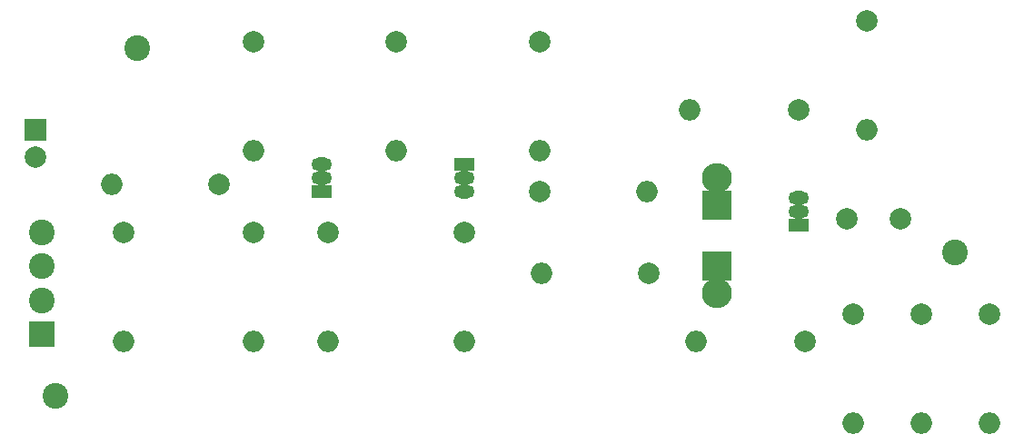
<source format=gbr>
G04 #@! TF.FileFunction,Soldermask,Top*
%FSLAX46Y46*%
G04 Gerber Fmt 4.6, Leading zero omitted, Abs format (unit mm)*
G04 Created by KiCad (PCBNEW 4.0.7) date 03/20/19 22:06:34*
%MOMM*%
%LPD*%
G01*
G04 APERTURE LIST*
%ADD10C,0.100000*%
%ADD11C,2.000000*%
%ADD12O,2.000000X2.000000*%
%ADD13R,2.000000X2.000000*%
%ADD14R,2.800000X2.800000*%
%ADD15O,2.800000X2.800000*%
%ADD16O,1.900000X1.300000*%
%ADD17R,1.900000X1.300000*%
%ADD18R,2.398980X2.398980*%
%ADD19C,2.398980*%
G04 APERTURE END LIST*
D10*
D11*
X92075000Y-110490000D03*
D12*
X82075000Y-110490000D03*
D11*
X121920000Y-111125000D03*
D12*
X131920000Y-111125000D03*
D11*
X132080000Y-118745000D03*
D12*
X122080000Y-118745000D03*
D13*
X74930000Y-105410000D03*
D11*
X74930000Y-107910000D03*
X155575000Y-113665000D03*
X150575000Y-113665000D03*
D14*
X138430000Y-112395000D03*
D15*
X138430000Y-109855000D03*
D14*
X138430000Y-118110000D03*
D15*
X138430000Y-120650000D03*
D16*
X101600000Y-109855000D03*
X101600000Y-108585000D03*
D17*
X101600000Y-111125000D03*
D16*
X114935000Y-109855000D03*
X114935000Y-111125000D03*
D17*
X114935000Y-108585000D03*
D16*
X146050000Y-113030000D03*
X146050000Y-111760000D03*
D17*
X146050000Y-114300000D03*
D11*
X95250000Y-97155000D03*
D12*
X95250000Y-107315000D03*
D11*
X95250000Y-114935000D03*
D12*
X95250000Y-125095000D03*
D11*
X108585000Y-97155000D03*
D12*
X108585000Y-107315000D03*
D11*
X102235000Y-114935000D03*
D12*
X102235000Y-125095000D03*
D11*
X121920000Y-97155000D03*
D12*
X121920000Y-107315000D03*
D11*
X114935000Y-114935000D03*
D12*
X114935000Y-125095000D03*
D11*
X146050000Y-103505000D03*
D12*
X135890000Y-103505000D03*
D11*
X146685000Y-125095000D03*
D12*
X136525000Y-125095000D03*
D11*
X152400000Y-95250000D03*
D12*
X152400000Y-105410000D03*
D11*
X151130000Y-122555000D03*
D12*
X151130000Y-132715000D03*
D11*
X157480000Y-122555000D03*
D12*
X157480000Y-132715000D03*
D11*
X163830000Y-122555000D03*
D12*
X163830000Y-132715000D03*
D11*
X83185000Y-114935000D03*
D12*
X83185000Y-125095000D03*
D18*
X75565000Y-124460000D03*
D19*
X75565000Y-121285000D03*
X75565000Y-118110000D03*
X75565000Y-114935000D03*
X84455000Y-97790000D03*
X76835000Y-130175000D03*
X160655000Y-116840000D03*
M02*

</source>
